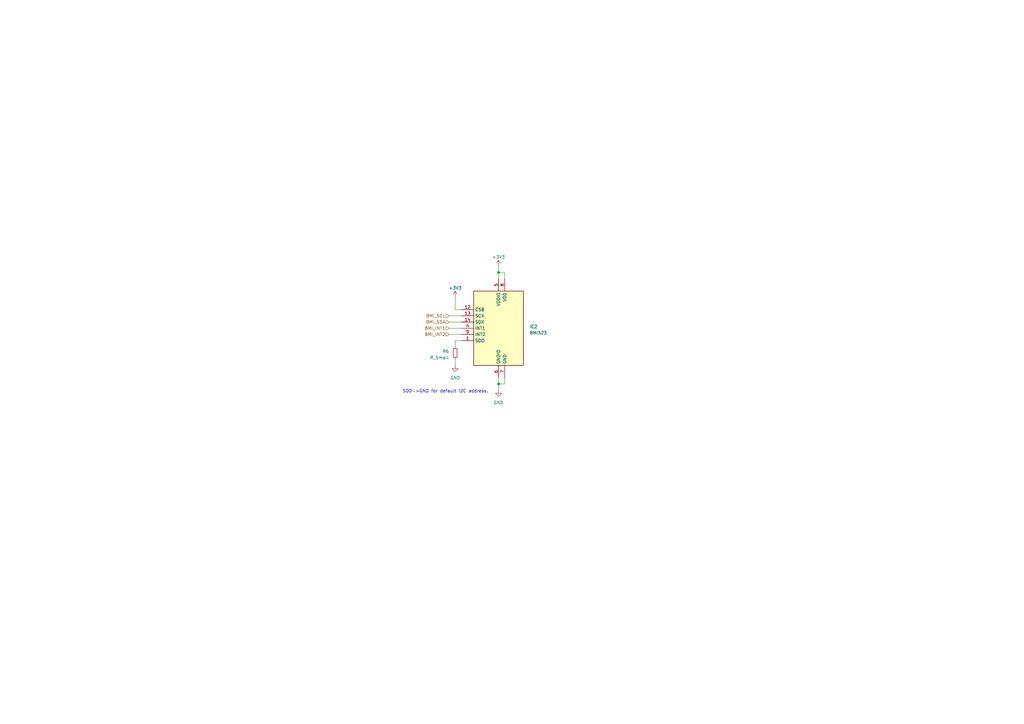
<source format=kicad_sch>
(kicad_sch (version 20230121) (generator eeschema)
  (paper "A3")
  (lib_symbols
    (symbol "ARMband:BMI323"
      (property "Reference" "IC" (at 26.67 15.24 0))
      (property "Value" "BMI323" (at 26.67 12.7 0))
      (symbol "BMI323_1_1"
        (rectangle (start 5.08 10.16) (end 25.4 -20.32) (stroke (width 0.254)) (fill (type background)))
        (pin passive line (at 0 -10.16 0) (length 5.08) (name "SDO") (number "1"))
        (pin passive line (at 22.86 -25.4 90) (length 5.08) hide (name "NC_3") (number "10"))
        (pin passive line (at 22.86 -25.4 90) (length 5.08) hide (name "NC_4") (number "11"))
        (pin passive line (at 0 2.54 0) (length 5.08) (name "CSB") (number "12"))
        (pin passive line (at 0 0 0) (length 5.08) (name "SCX") (number "13"))
        (pin passive line (at 0 -2.54 0) (length 5.08) (name "SDX") (number "14"))
        (pin passive line (at 22.86 -25.4 90) (length 5.08) hide (name "NC_1") (number "2"))
        (pin passive line (at 22.86 -25.4 90) (length 5.08) hide (name "NC_2") (number "3"))
        (pin passive line (at 0 -5.08 0) (length 5.08) (name "INT1") (number "4"))
        (pin passive line (at 15.24 15.24 270) (length 5.08) (name "VDDIO") (number "5"))
        (pin passive line (at 15.24 -25.4 90) (length 5.08) (name "GNDIO") (number "6"))
        (pin passive line (at 17.78 -25.4 90) (length 5.08) (name "GND") (number "7"))
        (pin passive line (at 17.78 15.24 270) (length 5.08) (name "VDD") (number "8"))
        (pin passive line (at 0 -7.62 0) (length 5.08) (name "INT2") (number "9"))
      )
    )
    (symbol "Device:R_Small" (pin_numbers hide) (pin_names (offset 0.254) hide)
      (property "Reference" "R" (at 0.762 0.508 0))
      (property "Value" "R_Small" (at 0.762 -1.016 0))
      (symbol "R_Small_0_1"
        (rectangle (start -0.762 1.778) (end 0.762 -1.778) (stroke (width 0.2032)))
      )
      (symbol "R_Small_1_1"
        (pin passive line (at 0 2.54 270) (length 0.762) (name "~") (number "1"))
        (pin passive line (at 0 -2.54 90) (length 0.762) (name "~") (number "2"))
      )
    )
    (symbol "power:+3V3" (power) (pin_names (offset 0))
      (property "Value" "+3V3" (at 0 3.556 0))
      (symbol "+3V3_0_1"
        (polyline (pts (xy -0.762 1.27) (xy 0 2.54)))
        (polyline (pts (xy 0 0) (xy 0 2.54)))
        (polyline (pts (xy 0 2.54) (xy 0.762 1.27)))
      )
      (symbol "+3V3_1_1"
        (pin power_in line (at 0 0 90) (length 0) hide (name "+3V3") (number "1"))
      )
    )
    (symbol "power:GND" (power) (pin_names (offset 0))
      (property "Value" "GND" (at 0 -3.81 0))
      (symbol "GND_0_1"
        (polyline (pts (xy 0 0) (xy 0 -1.27) (xy 1.27 -1.27) (xy 0 -2.54) (xy -1.27 -1.27) (xy 0 -1.27)))
      )
      (symbol "GND_1_1"
        (pin power_in line (at 0 0 270) (length 0) hide (name "GND") (number "1"))
      )
    )
  )
  (junction (at 204.47 111.76))
  (junction (at 204.47 157.48))
  (wire (pts (xy 204.47 111.76) (xy 204.47 114.3)))
  (wire (pts (xy 184.15 129.54) (xy 189.23 129.54)))
  (wire (pts (xy 204.47 109.22) (xy 204.47 111.76)))
  (wire (pts (xy 204.47 157.48) (xy 204.47 160.02)))
  (wire (pts (xy 184.15 134.62) (xy 189.23 134.62)))
  (wire (pts (xy 186.69 127) (xy 189.23 127)))
  (wire (pts (xy 207.01 114.3) (xy 207.01 111.76)))
  (wire (pts (xy 184.15 132.08) (xy 189.23 132.08)))
  (wire (pts (xy 186.69 147.32) (xy 186.69 149.86)))
  (wire (pts (xy 207.01 154.94) (xy 207.01 157.48)))
  (wire (pts (xy 186.69 139.7) (xy 186.69 142.24)))
  (wire (pts (xy 184.15 137.16) (xy 189.23 137.16)))
  (wire (pts (xy 204.47 154.94) (xy 204.47 157.48)))
  (wire (pts (xy 204.47 157.48) (xy 207.01 157.48)))
  (wire (pts (xy 186.69 139.7) (xy 189.23 139.7)))
  (wire (pts (xy 204.47 111.76) (xy 207.01 111.76)))
  (wire (pts (xy 186.69 121.92) (xy 186.69 127)))
  (text "SD0->GND for default I2C address." (at 165.1 161.29 0) (effects (font (size 1.27 1.27)) (justify left bottom)))
  (hierarchical_label "BMI_SDA" (shape input) (at 184.15 132.08 180))
  (hierarchical_label "BMI_INT2" (shape input) (at 184.15 137.16 180))
  (hierarchical_label "BMI_INT1" (shape input) (at 184.15 134.62 180))
  (hierarchical_label "BMI_SCL" (shape input) (at 184.15 129.54 180))
  (symbol (lib_id "ARMband:BMI323") (at 189.23 129.54 0) (unit 1)
    (property "Reference" "IC2" (at 217.17 133.985 0) (effects (justify left)))
    (property "Value" "BMI323" (at 217.17 136.525 0) (effects (justify left)))
    (property "Footprint" "ARMband:BMI323" (effects hide))
    (property "Datasheet" "https://www.bosch-sensortec.com/media/boschsensortec/downloads/datasheets/bst-bmi323-ds000.pdf" (effects hide))
    (property "Height" "0.87" (effects hide))
    (property "Mouser Part Number" "262-BMI323" (effects hide))
    (property "Mouser Price/Stock" "https://www.mouser.co.uk/ProductDetail/Bosch-Sensortec/BMI323?qs=By6Nw2ByBD3%2FE1v0UqNQPQ%3D%3D" (effects hide))
    (property "Manufacturer_Name" "BOSCH" (effects hide))
    (property "Manufacturer_Part_Number" "BMI323" (effects hide))
  )
  (symbol (lib_id "power:GND") (at 204.47 160.02 0) (unit 1)
    (property "Reference" "#PWR017" (effects hide))
    (property "Value" "GND" (at 204.47 165.1 0))
  )
  (symbol (lib_id "power:+3V3") (at 204.47 109.22 0) (unit 1)
    (property "Reference" "#PWR016" (effects hide))
    (property "Value" "+3V3" (at 204.47 105.41 0))
  )
  (symbol (lib_id "Device:R_Small") (at 186.69 144.78 0) (unit 1)
    (property "Reference" "R6" (at 184.15 144.145 0) (effects (justify right)))
    (property "Value" "R_Small" (at 184.15 146.685 0) (effects (justify right)))
  )
  (symbol (lib_id "power:+3V3") (at 186.69 121.92 0) (unit 1)
    (property "Reference" "#PWR014" (effects hide))
    (property "Value" "+3V3" (at 186.69 118.11 0))
  )
  (symbol (lib_id "power:GND") (at 186.69 149.86 0) (mirror y) (unit 1)
    (property "Reference" "#PWR015" (effects hide))
    (property "Value" "GND" (at 186.69 154.94 0))
  )
)
</source>
